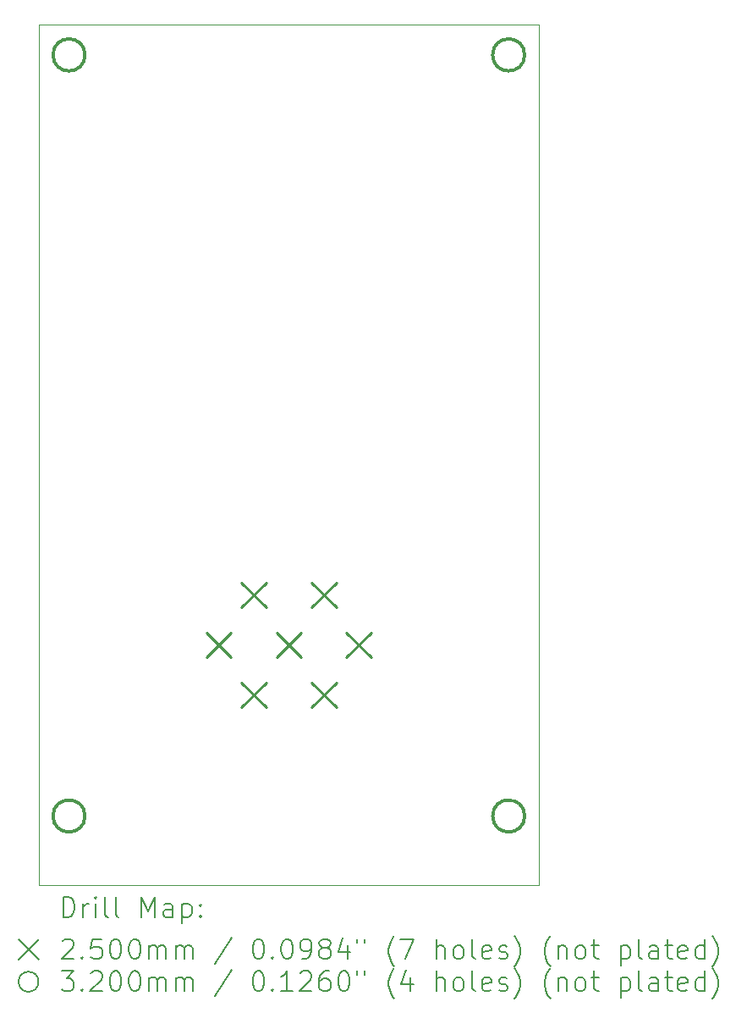
<source format=gbr>
%TF.GenerationSoftware,KiCad,Pcbnew,7.0.1*%
%TF.CreationDate,2023-04-12T14:45:34+09:00*%
%TF.ProjectId,KiCad_SP,4b694361-645f-4535-902e-6b696361645f,rev?*%
%TF.SameCoordinates,PX6422c40PY8a48640*%
%TF.FileFunction,Drillmap*%
%TF.FilePolarity,Positive*%
%FSLAX45Y45*%
G04 Gerber Fmt 4.5, Leading zero omitted, Abs format (unit mm)*
G04 Created by KiCad (PCBNEW 7.0.1) date 2023-04-12 14:45:34*
%MOMM*%
%LPD*%
G01*
G04 APERTURE LIST*
%ADD10C,0.100000*%
%ADD11C,0.200000*%
%ADD12C,0.250000*%
%ADD13C,0.320000*%
G04 APERTURE END LIST*
D10*
X0Y8600000D02*
X5000000Y8600000D01*
X5000000Y0D01*
X0Y0D01*
X0Y8600000D01*
D11*
D12*
X1675000Y2525000D02*
X1925000Y2275000D01*
X1925000Y2525000D02*
X1675000Y2275000D01*
X2025000Y3025000D02*
X2275000Y2775000D01*
X2275000Y3025000D02*
X2025000Y2775000D01*
X2025000Y2025000D02*
X2275000Y1775000D01*
X2275000Y2025000D02*
X2025000Y1775000D01*
X2375000Y2525000D02*
X2625000Y2275000D01*
X2625000Y2525000D02*
X2375000Y2275000D01*
X2725000Y3025000D02*
X2975000Y2775000D01*
X2975000Y3025000D02*
X2725000Y2775000D01*
X2725000Y2025000D02*
X2975000Y1775000D01*
X2975000Y2025000D02*
X2725000Y1775000D01*
X3075000Y2525000D02*
X3325000Y2275000D01*
X3325000Y2525000D02*
X3075000Y2275000D01*
D13*
X460000Y8300000D02*
G75*
G03*
X460000Y8300000I-160000J0D01*
G01*
X460000Y692000D02*
G75*
G03*
X460000Y692000I-160000J0D01*
G01*
X4860000Y8300000D02*
G75*
G03*
X4860000Y8300000I-160000J0D01*
G01*
X4860000Y692000D02*
G75*
G03*
X4860000Y692000I-160000J0D01*
G01*
D11*
X242619Y-317524D02*
X242619Y-117524D01*
X242619Y-117524D02*
X290238Y-117524D01*
X290238Y-117524D02*
X318810Y-127048D01*
X318810Y-127048D02*
X337857Y-146095D01*
X337857Y-146095D02*
X347381Y-165143D01*
X347381Y-165143D02*
X356905Y-203238D01*
X356905Y-203238D02*
X356905Y-231809D01*
X356905Y-231809D02*
X347381Y-269905D01*
X347381Y-269905D02*
X337857Y-288952D01*
X337857Y-288952D02*
X318810Y-308000D01*
X318810Y-308000D02*
X290238Y-317524D01*
X290238Y-317524D02*
X242619Y-317524D01*
X442619Y-317524D02*
X442619Y-184190D01*
X442619Y-222286D02*
X452143Y-203238D01*
X452143Y-203238D02*
X461667Y-193714D01*
X461667Y-193714D02*
X480714Y-184190D01*
X480714Y-184190D02*
X499762Y-184190D01*
X566429Y-317524D02*
X566429Y-184190D01*
X566429Y-117524D02*
X556905Y-127048D01*
X556905Y-127048D02*
X566429Y-136571D01*
X566429Y-136571D02*
X575952Y-127048D01*
X575952Y-127048D02*
X566429Y-117524D01*
X566429Y-117524D02*
X566429Y-136571D01*
X690238Y-317524D02*
X671190Y-308000D01*
X671190Y-308000D02*
X661667Y-288952D01*
X661667Y-288952D02*
X661667Y-117524D01*
X795000Y-317524D02*
X775952Y-308000D01*
X775952Y-308000D02*
X766428Y-288952D01*
X766428Y-288952D02*
X766428Y-117524D01*
X1023571Y-317524D02*
X1023571Y-117524D01*
X1023571Y-117524D02*
X1090238Y-260381D01*
X1090238Y-260381D02*
X1156905Y-117524D01*
X1156905Y-117524D02*
X1156905Y-317524D01*
X1337857Y-317524D02*
X1337857Y-212762D01*
X1337857Y-212762D02*
X1328333Y-193714D01*
X1328333Y-193714D02*
X1309286Y-184190D01*
X1309286Y-184190D02*
X1271190Y-184190D01*
X1271190Y-184190D02*
X1252143Y-193714D01*
X1337857Y-308000D02*
X1318810Y-317524D01*
X1318810Y-317524D02*
X1271190Y-317524D01*
X1271190Y-317524D02*
X1252143Y-308000D01*
X1252143Y-308000D02*
X1242619Y-288952D01*
X1242619Y-288952D02*
X1242619Y-269905D01*
X1242619Y-269905D02*
X1252143Y-250857D01*
X1252143Y-250857D02*
X1271190Y-241333D01*
X1271190Y-241333D02*
X1318810Y-241333D01*
X1318810Y-241333D02*
X1337857Y-231809D01*
X1433095Y-184190D02*
X1433095Y-384190D01*
X1433095Y-193714D02*
X1452143Y-184190D01*
X1452143Y-184190D02*
X1490238Y-184190D01*
X1490238Y-184190D02*
X1509286Y-193714D01*
X1509286Y-193714D02*
X1518809Y-203238D01*
X1518809Y-203238D02*
X1528333Y-222286D01*
X1528333Y-222286D02*
X1528333Y-279429D01*
X1528333Y-279429D02*
X1518809Y-298476D01*
X1518809Y-298476D02*
X1509286Y-308000D01*
X1509286Y-308000D02*
X1490238Y-317524D01*
X1490238Y-317524D02*
X1452143Y-317524D01*
X1452143Y-317524D02*
X1433095Y-308000D01*
X1614048Y-298476D02*
X1623571Y-308000D01*
X1623571Y-308000D02*
X1614048Y-317524D01*
X1614048Y-317524D02*
X1604524Y-308000D01*
X1604524Y-308000D02*
X1614048Y-298476D01*
X1614048Y-298476D02*
X1614048Y-317524D01*
X1614048Y-193714D02*
X1623571Y-203238D01*
X1623571Y-203238D02*
X1614048Y-212762D01*
X1614048Y-212762D02*
X1604524Y-203238D01*
X1604524Y-203238D02*
X1614048Y-193714D01*
X1614048Y-193714D02*
X1614048Y-212762D01*
X-205000Y-545000D02*
X-5000Y-745000D01*
X-5000Y-545000D02*
X-205000Y-745000D01*
X233095Y-556571D02*
X242619Y-547048D01*
X242619Y-547048D02*
X261667Y-537524D01*
X261667Y-537524D02*
X309286Y-537524D01*
X309286Y-537524D02*
X328333Y-547048D01*
X328333Y-547048D02*
X337857Y-556571D01*
X337857Y-556571D02*
X347381Y-575619D01*
X347381Y-575619D02*
X347381Y-594667D01*
X347381Y-594667D02*
X337857Y-623238D01*
X337857Y-623238D02*
X223571Y-737524D01*
X223571Y-737524D02*
X347381Y-737524D01*
X433095Y-718476D02*
X442619Y-728000D01*
X442619Y-728000D02*
X433095Y-737524D01*
X433095Y-737524D02*
X423571Y-728000D01*
X423571Y-728000D02*
X433095Y-718476D01*
X433095Y-718476D02*
X433095Y-737524D01*
X623571Y-537524D02*
X528333Y-537524D01*
X528333Y-537524D02*
X518809Y-632762D01*
X518809Y-632762D02*
X528333Y-623238D01*
X528333Y-623238D02*
X547381Y-613714D01*
X547381Y-613714D02*
X595000Y-613714D01*
X595000Y-613714D02*
X614048Y-623238D01*
X614048Y-623238D02*
X623571Y-632762D01*
X623571Y-632762D02*
X633095Y-651810D01*
X633095Y-651810D02*
X633095Y-699428D01*
X633095Y-699428D02*
X623571Y-718476D01*
X623571Y-718476D02*
X614048Y-728000D01*
X614048Y-728000D02*
X595000Y-737524D01*
X595000Y-737524D02*
X547381Y-737524D01*
X547381Y-737524D02*
X528333Y-728000D01*
X528333Y-728000D02*
X518809Y-718476D01*
X756905Y-537524D02*
X775952Y-537524D01*
X775952Y-537524D02*
X795000Y-547048D01*
X795000Y-547048D02*
X804524Y-556571D01*
X804524Y-556571D02*
X814048Y-575619D01*
X814048Y-575619D02*
X823571Y-613714D01*
X823571Y-613714D02*
X823571Y-661333D01*
X823571Y-661333D02*
X814048Y-699428D01*
X814048Y-699428D02*
X804524Y-718476D01*
X804524Y-718476D02*
X795000Y-728000D01*
X795000Y-728000D02*
X775952Y-737524D01*
X775952Y-737524D02*
X756905Y-737524D01*
X756905Y-737524D02*
X737857Y-728000D01*
X737857Y-728000D02*
X728333Y-718476D01*
X728333Y-718476D02*
X718809Y-699428D01*
X718809Y-699428D02*
X709286Y-661333D01*
X709286Y-661333D02*
X709286Y-613714D01*
X709286Y-613714D02*
X718809Y-575619D01*
X718809Y-575619D02*
X728333Y-556571D01*
X728333Y-556571D02*
X737857Y-547048D01*
X737857Y-547048D02*
X756905Y-537524D01*
X947381Y-537524D02*
X966429Y-537524D01*
X966429Y-537524D02*
X985476Y-547048D01*
X985476Y-547048D02*
X995000Y-556571D01*
X995000Y-556571D02*
X1004524Y-575619D01*
X1004524Y-575619D02*
X1014048Y-613714D01*
X1014048Y-613714D02*
X1014048Y-661333D01*
X1014048Y-661333D02*
X1004524Y-699428D01*
X1004524Y-699428D02*
X995000Y-718476D01*
X995000Y-718476D02*
X985476Y-728000D01*
X985476Y-728000D02*
X966429Y-737524D01*
X966429Y-737524D02*
X947381Y-737524D01*
X947381Y-737524D02*
X928333Y-728000D01*
X928333Y-728000D02*
X918809Y-718476D01*
X918809Y-718476D02*
X909286Y-699428D01*
X909286Y-699428D02*
X899762Y-661333D01*
X899762Y-661333D02*
X899762Y-613714D01*
X899762Y-613714D02*
X909286Y-575619D01*
X909286Y-575619D02*
X918809Y-556571D01*
X918809Y-556571D02*
X928333Y-547048D01*
X928333Y-547048D02*
X947381Y-537524D01*
X1099762Y-737524D02*
X1099762Y-604190D01*
X1099762Y-623238D02*
X1109286Y-613714D01*
X1109286Y-613714D02*
X1128333Y-604190D01*
X1128333Y-604190D02*
X1156905Y-604190D01*
X1156905Y-604190D02*
X1175952Y-613714D01*
X1175952Y-613714D02*
X1185476Y-632762D01*
X1185476Y-632762D02*
X1185476Y-737524D01*
X1185476Y-632762D02*
X1195000Y-613714D01*
X1195000Y-613714D02*
X1214048Y-604190D01*
X1214048Y-604190D02*
X1242619Y-604190D01*
X1242619Y-604190D02*
X1261667Y-613714D01*
X1261667Y-613714D02*
X1271191Y-632762D01*
X1271191Y-632762D02*
X1271191Y-737524D01*
X1366429Y-737524D02*
X1366429Y-604190D01*
X1366429Y-623238D02*
X1375952Y-613714D01*
X1375952Y-613714D02*
X1395000Y-604190D01*
X1395000Y-604190D02*
X1423571Y-604190D01*
X1423571Y-604190D02*
X1442619Y-613714D01*
X1442619Y-613714D02*
X1452143Y-632762D01*
X1452143Y-632762D02*
X1452143Y-737524D01*
X1452143Y-632762D02*
X1461667Y-613714D01*
X1461667Y-613714D02*
X1480714Y-604190D01*
X1480714Y-604190D02*
X1509286Y-604190D01*
X1509286Y-604190D02*
X1528333Y-613714D01*
X1528333Y-613714D02*
X1537857Y-632762D01*
X1537857Y-632762D02*
X1537857Y-737524D01*
X1928333Y-528000D02*
X1756905Y-785143D01*
X2185476Y-537524D02*
X2204524Y-537524D01*
X2204524Y-537524D02*
X2223572Y-547048D01*
X2223572Y-547048D02*
X2233095Y-556571D01*
X2233095Y-556571D02*
X2242619Y-575619D01*
X2242619Y-575619D02*
X2252143Y-613714D01*
X2252143Y-613714D02*
X2252143Y-661333D01*
X2252143Y-661333D02*
X2242619Y-699428D01*
X2242619Y-699428D02*
X2233095Y-718476D01*
X2233095Y-718476D02*
X2223572Y-728000D01*
X2223572Y-728000D02*
X2204524Y-737524D01*
X2204524Y-737524D02*
X2185476Y-737524D01*
X2185476Y-737524D02*
X2166429Y-728000D01*
X2166429Y-728000D02*
X2156905Y-718476D01*
X2156905Y-718476D02*
X2147381Y-699428D01*
X2147381Y-699428D02*
X2137857Y-661333D01*
X2137857Y-661333D02*
X2137857Y-613714D01*
X2137857Y-613714D02*
X2147381Y-575619D01*
X2147381Y-575619D02*
X2156905Y-556571D01*
X2156905Y-556571D02*
X2166429Y-547048D01*
X2166429Y-547048D02*
X2185476Y-537524D01*
X2337857Y-718476D02*
X2347381Y-728000D01*
X2347381Y-728000D02*
X2337857Y-737524D01*
X2337857Y-737524D02*
X2328334Y-728000D01*
X2328334Y-728000D02*
X2337857Y-718476D01*
X2337857Y-718476D02*
X2337857Y-737524D01*
X2471191Y-537524D02*
X2490238Y-537524D01*
X2490238Y-537524D02*
X2509286Y-547048D01*
X2509286Y-547048D02*
X2518810Y-556571D01*
X2518810Y-556571D02*
X2528334Y-575619D01*
X2528334Y-575619D02*
X2537857Y-613714D01*
X2537857Y-613714D02*
X2537857Y-661333D01*
X2537857Y-661333D02*
X2528334Y-699428D01*
X2528334Y-699428D02*
X2518810Y-718476D01*
X2518810Y-718476D02*
X2509286Y-728000D01*
X2509286Y-728000D02*
X2490238Y-737524D01*
X2490238Y-737524D02*
X2471191Y-737524D01*
X2471191Y-737524D02*
X2452143Y-728000D01*
X2452143Y-728000D02*
X2442619Y-718476D01*
X2442619Y-718476D02*
X2433095Y-699428D01*
X2433095Y-699428D02*
X2423572Y-661333D01*
X2423572Y-661333D02*
X2423572Y-613714D01*
X2423572Y-613714D02*
X2433095Y-575619D01*
X2433095Y-575619D02*
X2442619Y-556571D01*
X2442619Y-556571D02*
X2452143Y-547048D01*
X2452143Y-547048D02*
X2471191Y-537524D01*
X2633095Y-737524D02*
X2671191Y-737524D01*
X2671191Y-737524D02*
X2690238Y-728000D01*
X2690238Y-728000D02*
X2699762Y-718476D01*
X2699762Y-718476D02*
X2718810Y-689905D01*
X2718810Y-689905D02*
X2728334Y-651810D01*
X2728334Y-651810D02*
X2728334Y-575619D01*
X2728334Y-575619D02*
X2718810Y-556571D01*
X2718810Y-556571D02*
X2709286Y-547048D01*
X2709286Y-547048D02*
X2690238Y-537524D01*
X2690238Y-537524D02*
X2652143Y-537524D01*
X2652143Y-537524D02*
X2633095Y-547048D01*
X2633095Y-547048D02*
X2623572Y-556571D01*
X2623572Y-556571D02*
X2614048Y-575619D01*
X2614048Y-575619D02*
X2614048Y-623238D01*
X2614048Y-623238D02*
X2623572Y-642286D01*
X2623572Y-642286D02*
X2633095Y-651810D01*
X2633095Y-651810D02*
X2652143Y-661333D01*
X2652143Y-661333D02*
X2690238Y-661333D01*
X2690238Y-661333D02*
X2709286Y-651810D01*
X2709286Y-651810D02*
X2718810Y-642286D01*
X2718810Y-642286D02*
X2728334Y-623238D01*
X2842619Y-623238D02*
X2823572Y-613714D01*
X2823572Y-613714D02*
X2814048Y-604190D01*
X2814048Y-604190D02*
X2804524Y-585143D01*
X2804524Y-585143D02*
X2804524Y-575619D01*
X2804524Y-575619D02*
X2814048Y-556571D01*
X2814048Y-556571D02*
X2823572Y-547048D01*
X2823572Y-547048D02*
X2842619Y-537524D01*
X2842619Y-537524D02*
X2880714Y-537524D01*
X2880714Y-537524D02*
X2899762Y-547048D01*
X2899762Y-547048D02*
X2909286Y-556571D01*
X2909286Y-556571D02*
X2918810Y-575619D01*
X2918810Y-575619D02*
X2918810Y-585143D01*
X2918810Y-585143D02*
X2909286Y-604190D01*
X2909286Y-604190D02*
X2899762Y-613714D01*
X2899762Y-613714D02*
X2880714Y-623238D01*
X2880714Y-623238D02*
X2842619Y-623238D01*
X2842619Y-623238D02*
X2823572Y-632762D01*
X2823572Y-632762D02*
X2814048Y-642286D01*
X2814048Y-642286D02*
X2804524Y-661333D01*
X2804524Y-661333D02*
X2804524Y-699428D01*
X2804524Y-699428D02*
X2814048Y-718476D01*
X2814048Y-718476D02*
X2823572Y-728000D01*
X2823572Y-728000D02*
X2842619Y-737524D01*
X2842619Y-737524D02*
X2880714Y-737524D01*
X2880714Y-737524D02*
X2899762Y-728000D01*
X2899762Y-728000D02*
X2909286Y-718476D01*
X2909286Y-718476D02*
X2918810Y-699428D01*
X2918810Y-699428D02*
X2918810Y-661333D01*
X2918810Y-661333D02*
X2909286Y-642286D01*
X2909286Y-642286D02*
X2899762Y-632762D01*
X2899762Y-632762D02*
X2880714Y-623238D01*
X3090238Y-604190D02*
X3090238Y-737524D01*
X3042619Y-528000D02*
X2995000Y-670857D01*
X2995000Y-670857D02*
X3118810Y-670857D01*
X3185476Y-537524D02*
X3185476Y-575619D01*
X3261667Y-537524D02*
X3261667Y-575619D01*
X3556905Y-813714D02*
X3547381Y-804190D01*
X3547381Y-804190D02*
X3528334Y-775619D01*
X3528334Y-775619D02*
X3518810Y-756571D01*
X3518810Y-756571D02*
X3509286Y-728000D01*
X3509286Y-728000D02*
X3499762Y-680381D01*
X3499762Y-680381D02*
X3499762Y-642286D01*
X3499762Y-642286D02*
X3509286Y-594667D01*
X3509286Y-594667D02*
X3518810Y-566095D01*
X3518810Y-566095D02*
X3528334Y-547048D01*
X3528334Y-547048D02*
X3547381Y-518476D01*
X3547381Y-518476D02*
X3556905Y-508952D01*
X3614048Y-537524D02*
X3747381Y-537524D01*
X3747381Y-537524D02*
X3661667Y-737524D01*
X3975953Y-737524D02*
X3975953Y-537524D01*
X4061667Y-737524D02*
X4061667Y-632762D01*
X4061667Y-632762D02*
X4052143Y-613714D01*
X4052143Y-613714D02*
X4033096Y-604190D01*
X4033096Y-604190D02*
X4004524Y-604190D01*
X4004524Y-604190D02*
X3985476Y-613714D01*
X3985476Y-613714D02*
X3975953Y-623238D01*
X4185476Y-737524D02*
X4166429Y-728000D01*
X4166429Y-728000D02*
X4156905Y-718476D01*
X4156905Y-718476D02*
X4147381Y-699428D01*
X4147381Y-699428D02*
X4147381Y-642286D01*
X4147381Y-642286D02*
X4156905Y-623238D01*
X4156905Y-623238D02*
X4166429Y-613714D01*
X4166429Y-613714D02*
X4185476Y-604190D01*
X4185476Y-604190D02*
X4214048Y-604190D01*
X4214048Y-604190D02*
X4233096Y-613714D01*
X4233096Y-613714D02*
X4242619Y-623238D01*
X4242619Y-623238D02*
X4252143Y-642286D01*
X4252143Y-642286D02*
X4252143Y-699428D01*
X4252143Y-699428D02*
X4242619Y-718476D01*
X4242619Y-718476D02*
X4233096Y-728000D01*
X4233096Y-728000D02*
X4214048Y-737524D01*
X4214048Y-737524D02*
X4185476Y-737524D01*
X4366429Y-737524D02*
X4347381Y-728000D01*
X4347381Y-728000D02*
X4337858Y-708952D01*
X4337858Y-708952D02*
X4337858Y-537524D01*
X4518810Y-728000D02*
X4499762Y-737524D01*
X4499762Y-737524D02*
X4461667Y-737524D01*
X4461667Y-737524D02*
X4442619Y-728000D01*
X4442619Y-728000D02*
X4433096Y-708952D01*
X4433096Y-708952D02*
X4433096Y-632762D01*
X4433096Y-632762D02*
X4442619Y-613714D01*
X4442619Y-613714D02*
X4461667Y-604190D01*
X4461667Y-604190D02*
X4499762Y-604190D01*
X4499762Y-604190D02*
X4518810Y-613714D01*
X4518810Y-613714D02*
X4528334Y-632762D01*
X4528334Y-632762D02*
X4528334Y-651810D01*
X4528334Y-651810D02*
X4433096Y-670857D01*
X4604524Y-728000D02*
X4623572Y-737524D01*
X4623572Y-737524D02*
X4661667Y-737524D01*
X4661667Y-737524D02*
X4680715Y-728000D01*
X4680715Y-728000D02*
X4690239Y-708952D01*
X4690239Y-708952D02*
X4690239Y-699428D01*
X4690239Y-699428D02*
X4680715Y-680381D01*
X4680715Y-680381D02*
X4661667Y-670857D01*
X4661667Y-670857D02*
X4633096Y-670857D01*
X4633096Y-670857D02*
X4614048Y-661333D01*
X4614048Y-661333D02*
X4604524Y-642286D01*
X4604524Y-642286D02*
X4604524Y-632762D01*
X4604524Y-632762D02*
X4614048Y-613714D01*
X4614048Y-613714D02*
X4633096Y-604190D01*
X4633096Y-604190D02*
X4661667Y-604190D01*
X4661667Y-604190D02*
X4680715Y-613714D01*
X4756905Y-813714D02*
X4766429Y-804190D01*
X4766429Y-804190D02*
X4785477Y-775619D01*
X4785477Y-775619D02*
X4795000Y-756571D01*
X4795000Y-756571D02*
X4804524Y-728000D01*
X4804524Y-728000D02*
X4814048Y-680381D01*
X4814048Y-680381D02*
X4814048Y-642286D01*
X4814048Y-642286D02*
X4804524Y-594667D01*
X4804524Y-594667D02*
X4795000Y-566095D01*
X4795000Y-566095D02*
X4785477Y-547048D01*
X4785477Y-547048D02*
X4766429Y-518476D01*
X4766429Y-518476D02*
X4756905Y-508952D01*
X5118810Y-813714D02*
X5109286Y-804190D01*
X5109286Y-804190D02*
X5090239Y-775619D01*
X5090239Y-775619D02*
X5080715Y-756571D01*
X5080715Y-756571D02*
X5071191Y-728000D01*
X5071191Y-728000D02*
X5061667Y-680381D01*
X5061667Y-680381D02*
X5061667Y-642286D01*
X5061667Y-642286D02*
X5071191Y-594667D01*
X5071191Y-594667D02*
X5080715Y-566095D01*
X5080715Y-566095D02*
X5090239Y-547048D01*
X5090239Y-547048D02*
X5109286Y-518476D01*
X5109286Y-518476D02*
X5118810Y-508952D01*
X5195000Y-604190D02*
X5195000Y-737524D01*
X5195000Y-623238D02*
X5204524Y-613714D01*
X5204524Y-613714D02*
X5223572Y-604190D01*
X5223572Y-604190D02*
X5252143Y-604190D01*
X5252143Y-604190D02*
X5271191Y-613714D01*
X5271191Y-613714D02*
X5280715Y-632762D01*
X5280715Y-632762D02*
X5280715Y-737524D01*
X5404524Y-737524D02*
X5385477Y-728000D01*
X5385477Y-728000D02*
X5375953Y-718476D01*
X5375953Y-718476D02*
X5366429Y-699428D01*
X5366429Y-699428D02*
X5366429Y-642286D01*
X5366429Y-642286D02*
X5375953Y-623238D01*
X5375953Y-623238D02*
X5385477Y-613714D01*
X5385477Y-613714D02*
X5404524Y-604190D01*
X5404524Y-604190D02*
X5433096Y-604190D01*
X5433096Y-604190D02*
X5452143Y-613714D01*
X5452143Y-613714D02*
X5461667Y-623238D01*
X5461667Y-623238D02*
X5471191Y-642286D01*
X5471191Y-642286D02*
X5471191Y-699428D01*
X5471191Y-699428D02*
X5461667Y-718476D01*
X5461667Y-718476D02*
X5452143Y-728000D01*
X5452143Y-728000D02*
X5433096Y-737524D01*
X5433096Y-737524D02*
X5404524Y-737524D01*
X5528334Y-604190D02*
X5604524Y-604190D01*
X5556905Y-537524D02*
X5556905Y-708952D01*
X5556905Y-708952D02*
X5566429Y-728000D01*
X5566429Y-728000D02*
X5585477Y-737524D01*
X5585477Y-737524D02*
X5604524Y-737524D01*
X5823572Y-604190D02*
X5823572Y-804190D01*
X5823572Y-613714D02*
X5842619Y-604190D01*
X5842619Y-604190D02*
X5880715Y-604190D01*
X5880715Y-604190D02*
X5899762Y-613714D01*
X5899762Y-613714D02*
X5909286Y-623238D01*
X5909286Y-623238D02*
X5918810Y-642286D01*
X5918810Y-642286D02*
X5918810Y-699428D01*
X5918810Y-699428D02*
X5909286Y-718476D01*
X5909286Y-718476D02*
X5899762Y-728000D01*
X5899762Y-728000D02*
X5880715Y-737524D01*
X5880715Y-737524D02*
X5842619Y-737524D01*
X5842619Y-737524D02*
X5823572Y-728000D01*
X6033096Y-737524D02*
X6014048Y-728000D01*
X6014048Y-728000D02*
X6004524Y-708952D01*
X6004524Y-708952D02*
X6004524Y-537524D01*
X6195000Y-737524D02*
X6195000Y-632762D01*
X6195000Y-632762D02*
X6185477Y-613714D01*
X6185477Y-613714D02*
X6166429Y-604190D01*
X6166429Y-604190D02*
X6128334Y-604190D01*
X6128334Y-604190D02*
X6109286Y-613714D01*
X6195000Y-728000D02*
X6175953Y-737524D01*
X6175953Y-737524D02*
X6128334Y-737524D01*
X6128334Y-737524D02*
X6109286Y-728000D01*
X6109286Y-728000D02*
X6099762Y-708952D01*
X6099762Y-708952D02*
X6099762Y-689905D01*
X6099762Y-689905D02*
X6109286Y-670857D01*
X6109286Y-670857D02*
X6128334Y-661333D01*
X6128334Y-661333D02*
X6175953Y-661333D01*
X6175953Y-661333D02*
X6195000Y-651810D01*
X6261667Y-604190D02*
X6337858Y-604190D01*
X6290239Y-537524D02*
X6290239Y-708952D01*
X6290239Y-708952D02*
X6299762Y-728000D01*
X6299762Y-728000D02*
X6318810Y-737524D01*
X6318810Y-737524D02*
X6337858Y-737524D01*
X6480715Y-728000D02*
X6461667Y-737524D01*
X6461667Y-737524D02*
X6423572Y-737524D01*
X6423572Y-737524D02*
X6404524Y-728000D01*
X6404524Y-728000D02*
X6395000Y-708952D01*
X6395000Y-708952D02*
X6395000Y-632762D01*
X6395000Y-632762D02*
X6404524Y-613714D01*
X6404524Y-613714D02*
X6423572Y-604190D01*
X6423572Y-604190D02*
X6461667Y-604190D01*
X6461667Y-604190D02*
X6480715Y-613714D01*
X6480715Y-613714D02*
X6490239Y-632762D01*
X6490239Y-632762D02*
X6490239Y-651810D01*
X6490239Y-651810D02*
X6395000Y-670857D01*
X6661667Y-737524D02*
X6661667Y-537524D01*
X6661667Y-728000D02*
X6642620Y-737524D01*
X6642620Y-737524D02*
X6604524Y-737524D01*
X6604524Y-737524D02*
X6585477Y-728000D01*
X6585477Y-728000D02*
X6575953Y-718476D01*
X6575953Y-718476D02*
X6566429Y-699428D01*
X6566429Y-699428D02*
X6566429Y-642286D01*
X6566429Y-642286D02*
X6575953Y-623238D01*
X6575953Y-623238D02*
X6585477Y-613714D01*
X6585477Y-613714D02*
X6604524Y-604190D01*
X6604524Y-604190D02*
X6642620Y-604190D01*
X6642620Y-604190D02*
X6661667Y-613714D01*
X6737858Y-813714D02*
X6747381Y-804190D01*
X6747381Y-804190D02*
X6766429Y-775619D01*
X6766429Y-775619D02*
X6775953Y-756571D01*
X6775953Y-756571D02*
X6785477Y-728000D01*
X6785477Y-728000D02*
X6795000Y-680381D01*
X6795000Y-680381D02*
X6795000Y-642286D01*
X6795000Y-642286D02*
X6785477Y-594667D01*
X6785477Y-594667D02*
X6775953Y-566095D01*
X6775953Y-566095D02*
X6766429Y-547048D01*
X6766429Y-547048D02*
X6747381Y-518476D01*
X6747381Y-518476D02*
X6737858Y-508952D01*
X-5000Y-965000D02*
G75*
G03*
X-5000Y-965000I-100000J0D01*
G01*
X223571Y-857524D02*
X347381Y-857524D01*
X347381Y-857524D02*
X280714Y-933714D01*
X280714Y-933714D02*
X309286Y-933714D01*
X309286Y-933714D02*
X328333Y-943238D01*
X328333Y-943238D02*
X337857Y-952762D01*
X337857Y-952762D02*
X347381Y-971809D01*
X347381Y-971809D02*
X347381Y-1019428D01*
X347381Y-1019428D02*
X337857Y-1038476D01*
X337857Y-1038476D02*
X328333Y-1048000D01*
X328333Y-1048000D02*
X309286Y-1057524D01*
X309286Y-1057524D02*
X252143Y-1057524D01*
X252143Y-1057524D02*
X233095Y-1048000D01*
X233095Y-1048000D02*
X223571Y-1038476D01*
X433095Y-1038476D02*
X442619Y-1048000D01*
X442619Y-1048000D02*
X433095Y-1057524D01*
X433095Y-1057524D02*
X423571Y-1048000D01*
X423571Y-1048000D02*
X433095Y-1038476D01*
X433095Y-1038476D02*
X433095Y-1057524D01*
X518809Y-876571D02*
X528333Y-867048D01*
X528333Y-867048D02*
X547381Y-857524D01*
X547381Y-857524D02*
X595000Y-857524D01*
X595000Y-857524D02*
X614048Y-867048D01*
X614048Y-867048D02*
X623571Y-876571D01*
X623571Y-876571D02*
X633095Y-895619D01*
X633095Y-895619D02*
X633095Y-914667D01*
X633095Y-914667D02*
X623571Y-943238D01*
X623571Y-943238D02*
X509286Y-1057524D01*
X509286Y-1057524D02*
X633095Y-1057524D01*
X756905Y-857524D02*
X775952Y-857524D01*
X775952Y-857524D02*
X795000Y-867048D01*
X795000Y-867048D02*
X804524Y-876571D01*
X804524Y-876571D02*
X814048Y-895619D01*
X814048Y-895619D02*
X823571Y-933714D01*
X823571Y-933714D02*
X823571Y-981333D01*
X823571Y-981333D02*
X814048Y-1019428D01*
X814048Y-1019428D02*
X804524Y-1038476D01*
X804524Y-1038476D02*
X795000Y-1048000D01*
X795000Y-1048000D02*
X775952Y-1057524D01*
X775952Y-1057524D02*
X756905Y-1057524D01*
X756905Y-1057524D02*
X737857Y-1048000D01*
X737857Y-1048000D02*
X728333Y-1038476D01*
X728333Y-1038476D02*
X718809Y-1019428D01*
X718809Y-1019428D02*
X709286Y-981333D01*
X709286Y-981333D02*
X709286Y-933714D01*
X709286Y-933714D02*
X718809Y-895619D01*
X718809Y-895619D02*
X728333Y-876571D01*
X728333Y-876571D02*
X737857Y-867048D01*
X737857Y-867048D02*
X756905Y-857524D01*
X947381Y-857524D02*
X966429Y-857524D01*
X966429Y-857524D02*
X985476Y-867048D01*
X985476Y-867048D02*
X995000Y-876571D01*
X995000Y-876571D02*
X1004524Y-895619D01*
X1004524Y-895619D02*
X1014048Y-933714D01*
X1014048Y-933714D02*
X1014048Y-981333D01*
X1014048Y-981333D02*
X1004524Y-1019428D01*
X1004524Y-1019428D02*
X995000Y-1038476D01*
X995000Y-1038476D02*
X985476Y-1048000D01*
X985476Y-1048000D02*
X966429Y-1057524D01*
X966429Y-1057524D02*
X947381Y-1057524D01*
X947381Y-1057524D02*
X928333Y-1048000D01*
X928333Y-1048000D02*
X918809Y-1038476D01*
X918809Y-1038476D02*
X909286Y-1019428D01*
X909286Y-1019428D02*
X899762Y-981333D01*
X899762Y-981333D02*
X899762Y-933714D01*
X899762Y-933714D02*
X909286Y-895619D01*
X909286Y-895619D02*
X918809Y-876571D01*
X918809Y-876571D02*
X928333Y-867048D01*
X928333Y-867048D02*
X947381Y-857524D01*
X1099762Y-1057524D02*
X1099762Y-924190D01*
X1099762Y-943238D02*
X1109286Y-933714D01*
X1109286Y-933714D02*
X1128333Y-924190D01*
X1128333Y-924190D02*
X1156905Y-924190D01*
X1156905Y-924190D02*
X1175952Y-933714D01*
X1175952Y-933714D02*
X1185476Y-952762D01*
X1185476Y-952762D02*
X1185476Y-1057524D01*
X1185476Y-952762D02*
X1195000Y-933714D01*
X1195000Y-933714D02*
X1214048Y-924190D01*
X1214048Y-924190D02*
X1242619Y-924190D01*
X1242619Y-924190D02*
X1261667Y-933714D01*
X1261667Y-933714D02*
X1271191Y-952762D01*
X1271191Y-952762D02*
X1271191Y-1057524D01*
X1366429Y-1057524D02*
X1366429Y-924190D01*
X1366429Y-943238D02*
X1375952Y-933714D01*
X1375952Y-933714D02*
X1395000Y-924190D01*
X1395000Y-924190D02*
X1423571Y-924190D01*
X1423571Y-924190D02*
X1442619Y-933714D01*
X1442619Y-933714D02*
X1452143Y-952762D01*
X1452143Y-952762D02*
X1452143Y-1057524D01*
X1452143Y-952762D02*
X1461667Y-933714D01*
X1461667Y-933714D02*
X1480714Y-924190D01*
X1480714Y-924190D02*
X1509286Y-924190D01*
X1509286Y-924190D02*
X1528333Y-933714D01*
X1528333Y-933714D02*
X1537857Y-952762D01*
X1537857Y-952762D02*
X1537857Y-1057524D01*
X1928333Y-848000D02*
X1756905Y-1105143D01*
X2185476Y-857524D02*
X2204524Y-857524D01*
X2204524Y-857524D02*
X2223572Y-867048D01*
X2223572Y-867048D02*
X2233095Y-876571D01*
X2233095Y-876571D02*
X2242619Y-895619D01*
X2242619Y-895619D02*
X2252143Y-933714D01*
X2252143Y-933714D02*
X2252143Y-981333D01*
X2252143Y-981333D02*
X2242619Y-1019428D01*
X2242619Y-1019428D02*
X2233095Y-1038476D01*
X2233095Y-1038476D02*
X2223572Y-1048000D01*
X2223572Y-1048000D02*
X2204524Y-1057524D01*
X2204524Y-1057524D02*
X2185476Y-1057524D01*
X2185476Y-1057524D02*
X2166429Y-1048000D01*
X2166429Y-1048000D02*
X2156905Y-1038476D01*
X2156905Y-1038476D02*
X2147381Y-1019428D01*
X2147381Y-1019428D02*
X2137857Y-981333D01*
X2137857Y-981333D02*
X2137857Y-933714D01*
X2137857Y-933714D02*
X2147381Y-895619D01*
X2147381Y-895619D02*
X2156905Y-876571D01*
X2156905Y-876571D02*
X2166429Y-867048D01*
X2166429Y-867048D02*
X2185476Y-857524D01*
X2337857Y-1038476D02*
X2347381Y-1048000D01*
X2347381Y-1048000D02*
X2337857Y-1057524D01*
X2337857Y-1057524D02*
X2328334Y-1048000D01*
X2328334Y-1048000D02*
X2337857Y-1038476D01*
X2337857Y-1038476D02*
X2337857Y-1057524D01*
X2537857Y-1057524D02*
X2423572Y-1057524D01*
X2480714Y-1057524D02*
X2480714Y-857524D01*
X2480714Y-857524D02*
X2461667Y-886095D01*
X2461667Y-886095D02*
X2442619Y-905143D01*
X2442619Y-905143D02*
X2423572Y-914667D01*
X2614048Y-876571D02*
X2623572Y-867048D01*
X2623572Y-867048D02*
X2642619Y-857524D01*
X2642619Y-857524D02*
X2690238Y-857524D01*
X2690238Y-857524D02*
X2709286Y-867048D01*
X2709286Y-867048D02*
X2718810Y-876571D01*
X2718810Y-876571D02*
X2728334Y-895619D01*
X2728334Y-895619D02*
X2728334Y-914667D01*
X2728334Y-914667D02*
X2718810Y-943238D01*
X2718810Y-943238D02*
X2604524Y-1057524D01*
X2604524Y-1057524D02*
X2728334Y-1057524D01*
X2899762Y-857524D02*
X2861667Y-857524D01*
X2861667Y-857524D02*
X2842619Y-867048D01*
X2842619Y-867048D02*
X2833095Y-876571D01*
X2833095Y-876571D02*
X2814048Y-905143D01*
X2814048Y-905143D02*
X2804524Y-943238D01*
X2804524Y-943238D02*
X2804524Y-1019428D01*
X2804524Y-1019428D02*
X2814048Y-1038476D01*
X2814048Y-1038476D02*
X2823572Y-1048000D01*
X2823572Y-1048000D02*
X2842619Y-1057524D01*
X2842619Y-1057524D02*
X2880714Y-1057524D01*
X2880714Y-1057524D02*
X2899762Y-1048000D01*
X2899762Y-1048000D02*
X2909286Y-1038476D01*
X2909286Y-1038476D02*
X2918810Y-1019428D01*
X2918810Y-1019428D02*
X2918810Y-971809D01*
X2918810Y-971809D02*
X2909286Y-952762D01*
X2909286Y-952762D02*
X2899762Y-943238D01*
X2899762Y-943238D02*
X2880714Y-933714D01*
X2880714Y-933714D02*
X2842619Y-933714D01*
X2842619Y-933714D02*
X2823572Y-943238D01*
X2823572Y-943238D02*
X2814048Y-952762D01*
X2814048Y-952762D02*
X2804524Y-971809D01*
X3042619Y-857524D02*
X3061667Y-857524D01*
X3061667Y-857524D02*
X3080714Y-867048D01*
X3080714Y-867048D02*
X3090238Y-876571D01*
X3090238Y-876571D02*
X3099762Y-895619D01*
X3099762Y-895619D02*
X3109286Y-933714D01*
X3109286Y-933714D02*
X3109286Y-981333D01*
X3109286Y-981333D02*
X3099762Y-1019428D01*
X3099762Y-1019428D02*
X3090238Y-1038476D01*
X3090238Y-1038476D02*
X3080714Y-1048000D01*
X3080714Y-1048000D02*
X3061667Y-1057524D01*
X3061667Y-1057524D02*
X3042619Y-1057524D01*
X3042619Y-1057524D02*
X3023572Y-1048000D01*
X3023572Y-1048000D02*
X3014048Y-1038476D01*
X3014048Y-1038476D02*
X3004524Y-1019428D01*
X3004524Y-1019428D02*
X2995000Y-981333D01*
X2995000Y-981333D02*
X2995000Y-933714D01*
X2995000Y-933714D02*
X3004524Y-895619D01*
X3004524Y-895619D02*
X3014048Y-876571D01*
X3014048Y-876571D02*
X3023572Y-867048D01*
X3023572Y-867048D02*
X3042619Y-857524D01*
X3185476Y-857524D02*
X3185476Y-895619D01*
X3261667Y-857524D02*
X3261667Y-895619D01*
X3556905Y-1133714D02*
X3547381Y-1124190D01*
X3547381Y-1124190D02*
X3528334Y-1095619D01*
X3528334Y-1095619D02*
X3518810Y-1076571D01*
X3518810Y-1076571D02*
X3509286Y-1048000D01*
X3509286Y-1048000D02*
X3499762Y-1000381D01*
X3499762Y-1000381D02*
X3499762Y-962286D01*
X3499762Y-962286D02*
X3509286Y-914667D01*
X3509286Y-914667D02*
X3518810Y-886095D01*
X3518810Y-886095D02*
X3528334Y-867048D01*
X3528334Y-867048D02*
X3547381Y-838476D01*
X3547381Y-838476D02*
X3556905Y-828952D01*
X3718810Y-924190D02*
X3718810Y-1057524D01*
X3671191Y-848000D02*
X3623572Y-990857D01*
X3623572Y-990857D02*
X3747381Y-990857D01*
X3975953Y-1057524D02*
X3975953Y-857524D01*
X4061667Y-1057524D02*
X4061667Y-952762D01*
X4061667Y-952762D02*
X4052143Y-933714D01*
X4052143Y-933714D02*
X4033096Y-924190D01*
X4033096Y-924190D02*
X4004524Y-924190D01*
X4004524Y-924190D02*
X3985476Y-933714D01*
X3985476Y-933714D02*
X3975953Y-943238D01*
X4185476Y-1057524D02*
X4166429Y-1048000D01*
X4166429Y-1048000D02*
X4156905Y-1038476D01*
X4156905Y-1038476D02*
X4147381Y-1019428D01*
X4147381Y-1019428D02*
X4147381Y-962286D01*
X4147381Y-962286D02*
X4156905Y-943238D01*
X4156905Y-943238D02*
X4166429Y-933714D01*
X4166429Y-933714D02*
X4185476Y-924190D01*
X4185476Y-924190D02*
X4214048Y-924190D01*
X4214048Y-924190D02*
X4233096Y-933714D01*
X4233096Y-933714D02*
X4242619Y-943238D01*
X4242619Y-943238D02*
X4252143Y-962286D01*
X4252143Y-962286D02*
X4252143Y-1019428D01*
X4252143Y-1019428D02*
X4242619Y-1038476D01*
X4242619Y-1038476D02*
X4233096Y-1048000D01*
X4233096Y-1048000D02*
X4214048Y-1057524D01*
X4214048Y-1057524D02*
X4185476Y-1057524D01*
X4366429Y-1057524D02*
X4347381Y-1048000D01*
X4347381Y-1048000D02*
X4337858Y-1028952D01*
X4337858Y-1028952D02*
X4337858Y-857524D01*
X4518810Y-1048000D02*
X4499762Y-1057524D01*
X4499762Y-1057524D02*
X4461667Y-1057524D01*
X4461667Y-1057524D02*
X4442619Y-1048000D01*
X4442619Y-1048000D02*
X4433096Y-1028952D01*
X4433096Y-1028952D02*
X4433096Y-952762D01*
X4433096Y-952762D02*
X4442619Y-933714D01*
X4442619Y-933714D02*
X4461667Y-924190D01*
X4461667Y-924190D02*
X4499762Y-924190D01*
X4499762Y-924190D02*
X4518810Y-933714D01*
X4518810Y-933714D02*
X4528334Y-952762D01*
X4528334Y-952762D02*
X4528334Y-971809D01*
X4528334Y-971809D02*
X4433096Y-990857D01*
X4604524Y-1048000D02*
X4623572Y-1057524D01*
X4623572Y-1057524D02*
X4661667Y-1057524D01*
X4661667Y-1057524D02*
X4680715Y-1048000D01*
X4680715Y-1048000D02*
X4690239Y-1028952D01*
X4690239Y-1028952D02*
X4690239Y-1019428D01*
X4690239Y-1019428D02*
X4680715Y-1000381D01*
X4680715Y-1000381D02*
X4661667Y-990857D01*
X4661667Y-990857D02*
X4633096Y-990857D01*
X4633096Y-990857D02*
X4614048Y-981333D01*
X4614048Y-981333D02*
X4604524Y-962286D01*
X4604524Y-962286D02*
X4604524Y-952762D01*
X4604524Y-952762D02*
X4614048Y-933714D01*
X4614048Y-933714D02*
X4633096Y-924190D01*
X4633096Y-924190D02*
X4661667Y-924190D01*
X4661667Y-924190D02*
X4680715Y-933714D01*
X4756905Y-1133714D02*
X4766429Y-1124190D01*
X4766429Y-1124190D02*
X4785477Y-1095619D01*
X4785477Y-1095619D02*
X4795000Y-1076571D01*
X4795000Y-1076571D02*
X4804524Y-1048000D01*
X4804524Y-1048000D02*
X4814048Y-1000381D01*
X4814048Y-1000381D02*
X4814048Y-962286D01*
X4814048Y-962286D02*
X4804524Y-914667D01*
X4804524Y-914667D02*
X4795000Y-886095D01*
X4795000Y-886095D02*
X4785477Y-867048D01*
X4785477Y-867048D02*
X4766429Y-838476D01*
X4766429Y-838476D02*
X4756905Y-828952D01*
X5118810Y-1133714D02*
X5109286Y-1124190D01*
X5109286Y-1124190D02*
X5090239Y-1095619D01*
X5090239Y-1095619D02*
X5080715Y-1076571D01*
X5080715Y-1076571D02*
X5071191Y-1048000D01*
X5071191Y-1048000D02*
X5061667Y-1000381D01*
X5061667Y-1000381D02*
X5061667Y-962286D01*
X5061667Y-962286D02*
X5071191Y-914667D01*
X5071191Y-914667D02*
X5080715Y-886095D01*
X5080715Y-886095D02*
X5090239Y-867048D01*
X5090239Y-867048D02*
X5109286Y-838476D01*
X5109286Y-838476D02*
X5118810Y-828952D01*
X5195000Y-924190D02*
X5195000Y-1057524D01*
X5195000Y-943238D02*
X5204524Y-933714D01*
X5204524Y-933714D02*
X5223572Y-924190D01*
X5223572Y-924190D02*
X5252143Y-924190D01*
X5252143Y-924190D02*
X5271191Y-933714D01*
X5271191Y-933714D02*
X5280715Y-952762D01*
X5280715Y-952762D02*
X5280715Y-1057524D01*
X5404524Y-1057524D02*
X5385477Y-1048000D01*
X5385477Y-1048000D02*
X5375953Y-1038476D01*
X5375953Y-1038476D02*
X5366429Y-1019428D01*
X5366429Y-1019428D02*
X5366429Y-962286D01*
X5366429Y-962286D02*
X5375953Y-943238D01*
X5375953Y-943238D02*
X5385477Y-933714D01*
X5385477Y-933714D02*
X5404524Y-924190D01*
X5404524Y-924190D02*
X5433096Y-924190D01*
X5433096Y-924190D02*
X5452143Y-933714D01*
X5452143Y-933714D02*
X5461667Y-943238D01*
X5461667Y-943238D02*
X5471191Y-962286D01*
X5471191Y-962286D02*
X5471191Y-1019428D01*
X5471191Y-1019428D02*
X5461667Y-1038476D01*
X5461667Y-1038476D02*
X5452143Y-1048000D01*
X5452143Y-1048000D02*
X5433096Y-1057524D01*
X5433096Y-1057524D02*
X5404524Y-1057524D01*
X5528334Y-924190D02*
X5604524Y-924190D01*
X5556905Y-857524D02*
X5556905Y-1028952D01*
X5556905Y-1028952D02*
X5566429Y-1048000D01*
X5566429Y-1048000D02*
X5585477Y-1057524D01*
X5585477Y-1057524D02*
X5604524Y-1057524D01*
X5823572Y-924190D02*
X5823572Y-1124190D01*
X5823572Y-933714D02*
X5842619Y-924190D01*
X5842619Y-924190D02*
X5880715Y-924190D01*
X5880715Y-924190D02*
X5899762Y-933714D01*
X5899762Y-933714D02*
X5909286Y-943238D01*
X5909286Y-943238D02*
X5918810Y-962286D01*
X5918810Y-962286D02*
X5918810Y-1019428D01*
X5918810Y-1019428D02*
X5909286Y-1038476D01*
X5909286Y-1038476D02*
X5899762Y-1048000D01*
X5899762Y-1048000D02*
X5880715Y-1057524D01*
X5880715Y-1057524D02*
X5842619Y-1057524D01*
X5842619Y-1057524D02*
X5823572Y-1048000D01*
X6033096Y-1057524D02*
X6014048Y-1048000D01*
X6014048Y-1048000D02*
X6004524Y-1028952D01*
X6004524Y-1028952D02*
X6004524Y-857524D01*
X6195000Y-1057524D02*
X6195000Y-952762D01*
X6195000Y-952762D02*
X6185477Y-933714D01*
X6185477Y-933714D02*
X6166429Y-924190D01*
X6166429Y-924190D02*
X6128334Y-924190D01*
X6128334Y-924190D02*
X6109286Y-933714D01*
X6195000Y-1048000D02*
X6175953Y-1057524D01*
X6175953Y-1057524D02*
X6128334Y-1057524D01*
X6128334Y-1057524D02*
X6109286Y-1048000D01*
X6109286Y-1048000D02*
X6099762Y-1028952D01*
X6099762Y-1028952D02*
X6099762Y-1009905D01*
X6099762Y-1009905D02*
X6109286Y-990857D01*
X6109286Y-990857D02*
X6128334Y-981333D01*
X6128334Y-981333D02*
X6175953Y-981333D01*
X6175953Y-981333D02*
X6195000Y-971809D01*
X6261667Y-924190D02*
X6337858Y-924190D01*
X6290239Y-857524D02*
X6290239Y-1028952D01*
X6290239Y-1028952D02*
X6299762Y-1048000D01*
X6299762Y-1048000D02*
X6318810Y-1057524D01*
X6318810Y-1057524D02*
X6337858Y-1057524D01*
X6480715Y-1048000D02*
X6461667Y-1057524D01*
X6461667Y-1057524D02*
X6423572Y-1057524D01*
X6423572Y-1057524D02*
X6404524Y-1048000D01*
X6404524Y-1048000D02*
X6395000Y-1028952D01*
X6395000Y-1028952D02*
X6395000Y-952762D01*
X6395000Y-952762D02*
X6404524Y-933714D01*
X6404524Y-933714D02*
X6423572Y-924190D01*
X6423572Y-924190D02*
X6461667Y-924190D01*
X6461667Y-924190D02*
X6480715Y-933714D01*
X6480715Y-933714D02*
X6490239Y-952762D01*
X6490239Y-952762D02*
X6490239Y-971809D01*
X6490239Y-971809D02*
X6395000Y-990857D01*
X6661667Y-1057524D02*
X6661667Y-857524D01*
X6661667Y-1048000D02*
X6642620Y-1057524D01*
X6642620Y-1057524D02*
X6604524Y-1057524D01*
X6604524Y-1057524D02*
X6585477Y-1048000D01*
X6585477Y-1048000D02*
X6575953Y-1038476D01*
X6575953Y-1038476D02*
X6566429Y-1019428D01*
X6566429Y-1019428D02*
X6566429Y-962286D01*
X6566429Y-962286D02*
X6575953Y-943238D01*
X6575953Y-943238D02*
X6585477Y-933714D01*
X6585477Y-933714D02*
X6604524Y-924190D01*
X6604524Y-924190D02*
X6642620Y-924190D01*
X6642620Y-924190D02*
X6661667Y-933714D01*
X6737858Y-1133714D02*
X6747381Y-1124190D01*
X6747381Y-1124190D02*
X6766429Y-1095619D01*
X6766429Y-1095619D02*
X6775953Y-1076571D01*
X6775953Y-1076571D02*
X6785477Y-1048000D01*
X6785477Y-1048000D02*
X6795000Y-1000381D01*
X6795000Y-1000381D02*
X6795000Y-962286D01*
X6795000Y-962286D02*
X6785477Y-914667D01*
X6785477Y-914667D02*
X6775953Y-886095D01*
X6775953Y-886095D02*
X6766429Y-867048D01*
X6766429Y-867048D02*
X6747381Y-838476D01*
X6747381Y-838476D02*
X6737858Y-828952D01*
M02*

</source>
